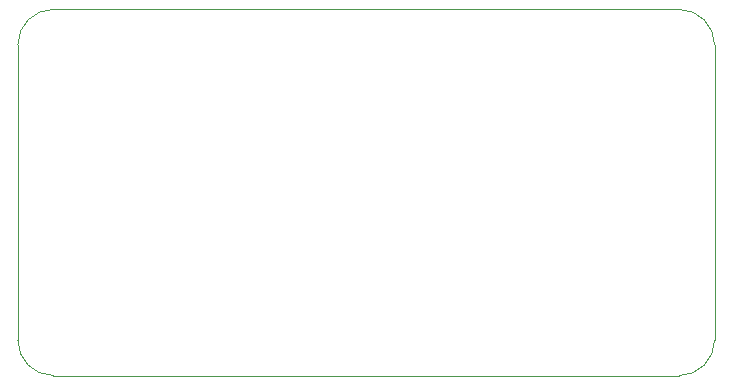
<source format=gbr>
%TF.GenerationSoftware,KiCad,Pcbnew,8.0.8*%
%TF.CreationDate,2025-03-25T21:44:27+01:00*%
%TF.ProjectId,stm32_red_pill,73746d33-325f-4726-9564-5f70696c6c2e,rev?*%
%TF.SameCoordinates,Original*%
%TF.FileFunction,Profile,NP*%
%FSLAX46Y46*%
G04 Gerber Fmt 4.6, Leading zero omitted, Abs format (unit mm)*
G04 Created by KiCad (PCBNEW 8.0.8) date 2025-03-25 21:44:27*
%MOMM*%
%LPD*%
G01*
G04 APERTURE LIST*
%TA.AperFunction,Profile*%
%ADD10C,0.050000*%
%TD*%
G04 APERTURE END LIST*
D10*
X80000000Y-89000000D02*
G75*
G02*
X83000000Y-86000000I3000000J0D01*
G01*
X139000000Y-114000000D02*
G75*
G02*
X136000000Y-117000000I-3000000J0D01*
G01*
X80000000Y-114000000D02*
X80000000Y-89000000D01*
X136000000Y-86000000D02*
G75*
G02*
X139000000Y-89000000I0J-3000000D01*
G01*
X83000000Y-86000000D02*
X136000000Y-86000000D01*
X83000000Y-117000000D02*
X136000000Y-117000000D01*
X139000000Y-114000000D02*
X139000000Y-89000000D01*
X83000000Y-117000000D02*
G75*
G02*
X80000000Y-114000000I0J3000000D01*
G01*
M02*

</source>
